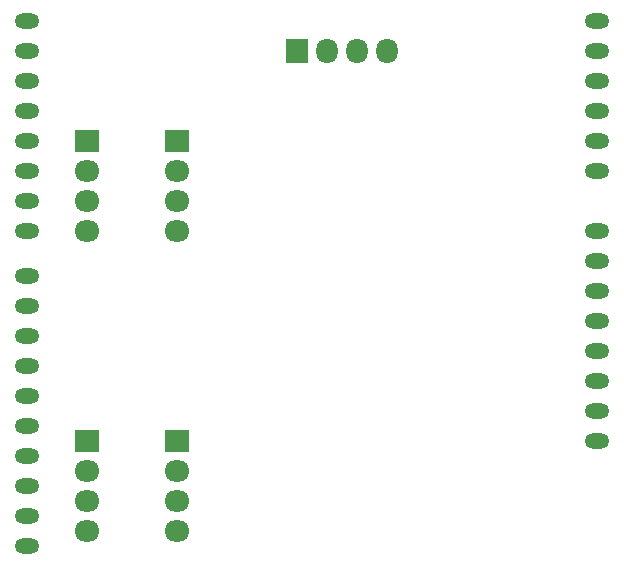
<source format=gbs>
%TF.GenerationSoftware,KiCad,Pcbnew,4.0.2-stable*%
%TF.CreationDate,2016-06-06T20:31:45-04:00*%
%TF.ProjectId,Backpack,4261636B7061636B2E6B696361645F70,rev?*%
%TF.FileFunction,Soldermask,Bot*%
%FSLAX46Y46*%
G04 Gerber Fmt 4.6, Leading zero omitted, Abs format (unit mm)*
G04 Created by KiCad (PCBNEW 4.0.2-stable) date 6/6/2016 8:31:45 PM*
%MOMM*%
G01*
G04 APERTURE LIST*
%ADD10C,0.127000*%
%ADD11O,2.100000X1.300000*%
%ADD12R,1.827200X2.132000*%
%ADD13O,1.827200X2.132000*%
%ADD14R,2.132000X1.827200*%
%ADD15O,2.132000X1.827200*%
G04 APERTURE END LIST*
D10*
D11*
X53340000Y-53340000D03*
X101600000Y-88900000D03*
X101600000Y-86360000D03*
X101600000Y-83820000D03*
X101600000Y-81280000D03*
X101600000Y-78740000D03*
X101600000Y-76200000D03*
X101600000Y-73660000D03*
X101600000Y-71120000D03*
X101600000Y-66040000D03*
X101600000Y-63500000D03*
X101600000Y-60960000D03*
X101600000Y-58420000D03*
X101600000Y-55880000D03*
X101600000Y-53340000D03*
X53340000Y-97790000D03*
X53340000Y-95250000D03*
X53340000Y-92710000D03*
X53340000Y-90170000D03*
X53340000Y-87630000D03*
X53340000Y-85090000D03*
X53340000Y-82550000D03*
X53340000Y-80010000D03*
X53340000Y-77470000D03*
X53340000Y-74930000D03*
X53340000Y-71120000D03*
X53340000Y-68580000D03*
X53340000Y-66040000D03*
X53340000Y-63500000D03*
X53340000Y-60960000D03*
X53340000Y-58420000D03*
X53340000Y-55880000D03*
D12*
X76200000Y-55880000D03*
D13*
X78740000Y-55880000D03*
X81280000Y-55880000D03*
X83820000Y-55880000D03*
D14*
X58420000Y-63500000D03*
D15*
X58420000Y-66040000D03*
X58420000Y-68580000D03*
X58420000Y-71120000D03*
D14*
X66040000Y-88900000D03*
D15*
X66040000Y-91440000D03*
X66040000Y-93980000D03*
X66040000Y-96520000D03*
D14*
X66040000Y-63500000D03*
D15*
X66040000Y-66040000D03*
X66040000Y-68580000D03*
X66040000Y-71120000D03*
D14*
X58420000Y-88900000D03*
D15*
X58420000Y-91440000D03*
X58420000Y-93980000D03*
X58420000Y-96520000D03*
M02*

</source>
